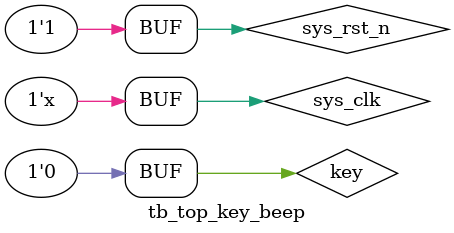
<source format=v>

`timescale 1ns / 1ns        //仿真单位/仿真精度

module tb_top_key_beep();

//parameter define
parameter  CLK_PERIOD = 20;           //时钟周期 20ns
parameter  CNT_MAX = 20'd10;          //消抖时间 200ns

//reg define
reg           sys_clk;
reg           sys_rst_n;
reg           key;

//wire define
wire          beep;

//信号初始化
initial begin
    sys_clk <= 1'b0;
    sys_rst_n <= 1'b0;
    key <= 1'b1;
    #200
    sys_rst_n <= 1'b1;
//key信号变化
    #20
    key <= 1'b0;
    #20
    key <= 1'b1;
    #50
    key <= 1'b0;  
    #40
    key <= 1'b1;
    #20
    key <= 1'b0;
    #300
    key <= 1'b1;
    #50
    key <= 1'b0;
    #40
    key <= 1'b1;
    #300
    key <= 1'b0;
end

//产生时钟
always #(CLK_PERIOD/2) sys_clk = ~sys_clk;

//例化待测设计
top_key_beep #(
    .CNT_MAX    (CNT_MAX)  
)u_top_key_beep(
    .sys_clk      (sys_clk),
    .sys_rst_n    (sys_rst_n),
    .key          (key),
    .beep         (beep)
    );

endmodule


</source>
